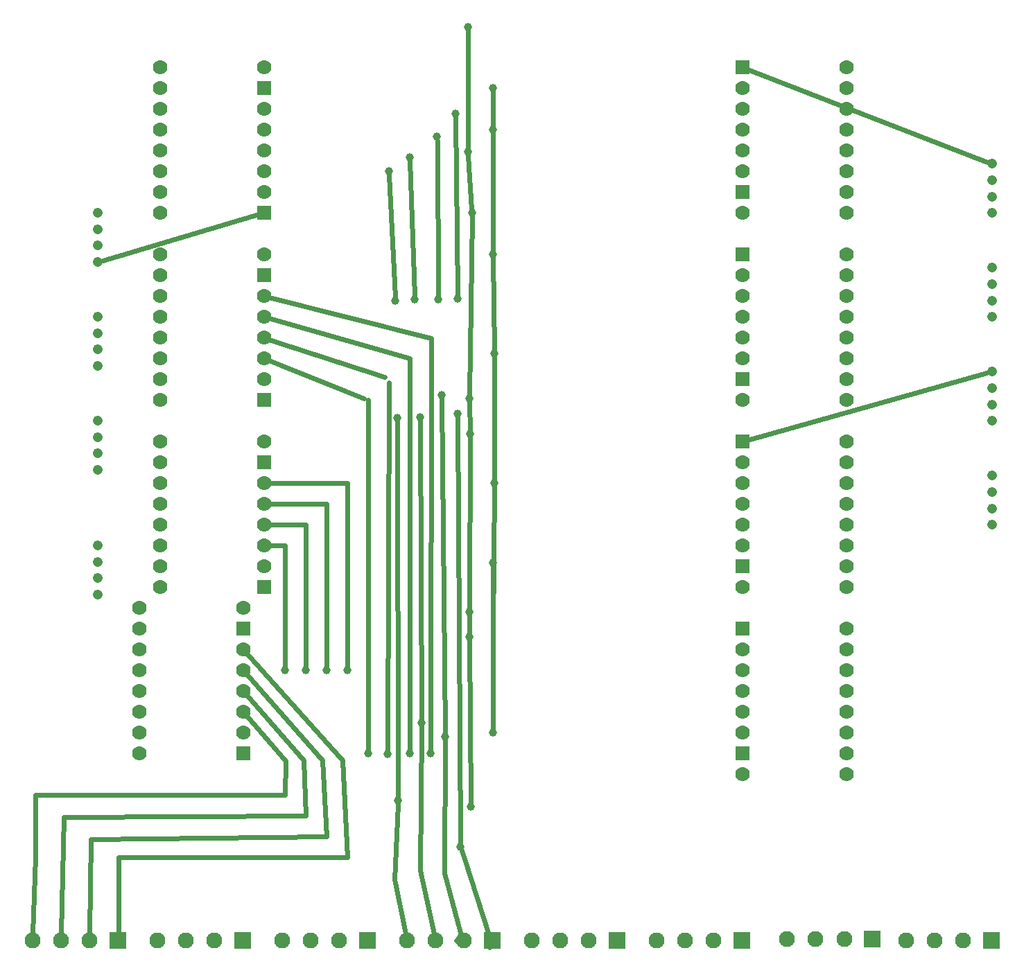
<source format=gtl>
G04 MADE WITH FRITZING*
G04 WWW.FRITZING.ORG*
G04 DOUBLE SIDED*
G04 HOLES PLATED*
G04 CONTOUR ON CENTER OF CONTOUR VECTOR*
%ASAXBY*%
%FSLAX23Y23*%
%MOIN*%
%OFA0B0*%
%SFA1.0B1.0*%
%ADD10C,0.047559*%
%ADD11C,0.076139*%
%ADD12C,0.070000*%
%ADD13C,0.039370*%
%ADD14R,0.070000X0.070000*%
%ADD15C,0.024000*%
%ADD16R,0.001000X0.001000*%
%LNCOPPER1*%
G90*
G70*
G54D10*
X794Y4008D03*
X794Y3930D03*
X794Y3851D03*
X794Y3772D03*
X794Y4008D03*
X794Y3930D03*
X794Y3851D03*
X794Y3772D03*
X794Y4008D03*
X794Y3930D03*
X794Y3851D03*
X794Y3772D03*
G54D11*
X2694Y508D03*
X2556Y508D03*
X2419Y508D03*
X2281Y508D03*
X2694Y508D03*
X2556Y508D03*
X2419Y508D03*
X2281Y508D03*
G54D12*
X1094Y3808D03*
X1594Y3808D03*
X1094Y3708D03*
X1594Y3708D03*
X1094Y3608D03*
X1594Y3608D03*
X1094Y3508D03*
X1594Y3508D03*
X1094Y3408D03*
X1594Y3408D03*
X1094Y3308D03*
X1594Y3308D03*
X1094Y3208D03*
X1594Y3208D03*
X1094Y3108D03*
X1594Y3108D03*
G54D10*
X794Y3508D03*
X794Y3430D03*
X794Y3351D03*
X794Y3272D03*
X794Y3508D03*
X794Y3430D03*
X794Y3351D03*
X794Y3272D03*
X794Y3508D03*
X794Y3430D03*
X794Y3351D03*
X794Y3272D03*
G54D11*
X2094Y508D03*
X1956Y508D03*
X1819Y508D03*
X1681Y508D03*
X2094Y508D03*
X1956Y508D03*
X1819Y508D03*
X1681Y508D03*
G54D12*
X4394Y3108D03*
X3894Y3108D03*
X4394Y3208D03*
X3894Y3208D03*
X4394Y3308D03*
X3894Y3308D03*
X4394Y3408D03*
X3894Y3408D03*
X4394Y3508D03*
X3894Y3508D03*
X4394Y3608D03*
X3894Y3608D03*
X4394Y3708D03*
X3894Y3708D03*
X4394Y3808D03*
X3894Y3808D03*
X4394Y4008D03*
X3894Y4008D03*
X4394Y4108D03*
X3894Y4108D03*
X4394Y4208D03*
X3894Y4208D03*
X4394Y4308D03*
X3894Y4308D03*
X4394Y4408D03*
X3894Y4408D03*
X4394Y4508D03*
X3894Y4508D03*
X4394Y4608D03*
X3894Y4608D03*
X4394Y4708D03*
X3894Y4708D03*
G54D10*
X5094Y4008D03*
X5094Y4087D03*
X5094Y4166D03*
X5094Y4245D03*
X5094Y4008D03*
X5094Y4087D03*
X5094Y4166D03*
X5094Y4245D03*
X5094Y4008D03*
X5094Y4087D03*
X5094Y4166D03*
X5094Y4245D03*
X5094Y3508D03*
X5094Y3587D03*
X5094Y3666D03*
X5094Y3745D03*
X5094Y3508D03*
X5094Y3587D03*
X5094Y3666D03*
X5094Y3745D03*
X5094Y3508D03*
X5094Y3587D03*
X5094Y3666D03*
X5094Y3745D03*
G54D11*
X3294Y508D03*
X3156Y508D03*
X3019Y508D03*
X2881Y508D03*
X3294Y508D03*
X3156Y508D03*
X3019Y508D03*
X2881Y508D03*
X3894Y508D03*
X3756Y508D03*
X3619Y508D03*
X3481Y508D03*
X3894Y508D03*
X3756Y508D03*
X3619Y508D03*
X3481Y508D03*
G54D12*
X994Y2108D03*
X1494Y2108D03*
X994Y2008D03*
X1494Y2008D03*
X994Y1908D03*
X1494Y1908D03*
X994Y1808D03*
X1494Y1808D03*
X994Y1708D03*
X1494Y1708D03*
X994Y1608D03*
X1494Y1608D03*
X994Y1508D03*
X1494Y1508D03*
X994Y1408D03*
X1494Y1408D03*
X4394Y1308D03*
X3894Y1308D03*
X4394Y1408D03*
X3894Y1408D03*
X4394Y1508D03*
X3894Y1508D03*
X4394Y1608D03*
X3894Y1608D03*
X4394Y1708D03*
X3894Y1708D03*
X4394Y1808D03*
X3894Y1808D03*
X4394Y1908D03*
X3894Y1908D03*
X4394Y2008D03*
X3894Y2008D03*
X4394Y2208D03*
X3894Y2208D03*
X4394Y2308D03*
X3894Y2308D03*
X4394Y2408D03*
X3894Y2408D03*
X4394Y2508D03*
X3894Y2508D03*
X4394Y2608D03*
X3894Y2608D03*
X4394Y2708D03*
X3894Y2708D03*
X4394Y2808D03*
X3894Y2808D03*
X4394Y2908D03*
X3894Y2908D03*
X1094Y2908D03*
X1594Y2908D03*
X1094Y2808D03*
X1594Y2808D03*
X1094Y2708D03*
X1594Y2708D03*
X1094Y2608D03*
X1594Y2608D03*
X1094Y2508D03*
X1594Y2508D03*
X1094Y2408D03*
X1594Y2408D03*
X1094Y2308D03*
X1594Y2308D03*
X1094Y2208D03*
X1594Y2208D03*
G54D10*
X794Y3008D03*
X794Y2930D03*
X794Y2851D03*
X794Y2772D03*
X794Y3008D03*
X794Y2930D03*
X794Y2851D03*
X794Y2772D03*
X794Y3008D03*
X794Y2930D03*
X794Y2851D03*
X794Y2772D03*
X794Y2408D03*
X794Y2330D03*
X794Y2251D03*
X794Y2172D03*
X794Y2408D03*
X794Y2330D03*
X794Y2251D03*
X794Y2172D03*
X794Y2408D03*
X794Y2330D03*
X794Y2251D03*
X794Y2172D03*
X5094Y3008D03*
X5094Y3087D03*
X5094Y3166D03*
X5094Y3245D03*
X5094Y3008D03*
X5094Y3087D03*
X5094Y3166D03*
X5094Y3245D03*
X5094Y3008D03*
X5094Y3087D03*
X5094Y3166D03*
X5094Y3245D03*
X5094Y2508D03*
X5094Y2587D03*
X5094Y2666D03*
X5094Y2745D03*
X5094Y2508D03*
X5094Y2587D03*
X5094Y2666D03*
X5094Y2745D03*
X5094Y2508D03*
X5094Y2587D03*
X5094Y2666D03*
X5094Y2745D03*
G54D11*
X5094Y508D03*
X4956Y508D03*
X4819Y508D03*
X4681Y508D03*
X5094Y508D03*
X4956Y508D03*
X4819Y508D03*
X4681Y508D03*
X1494Y508D03*
X1356Y508D03*
X1219Y508D03*
X1081Y508D03*
X1494Y508D03*
X1356Y508D03*
X1219Y508D03*
X1081Y508D03*
X894Y508D03*
X756Y508D03*
X619Y508D03*
X481Y508D03*
X894Y508D03*
X756Y508D03*
X619Y508D03*
X481Y508D03*
X4521Y516D03*
X4384Y516D03*
X4246Y516D03*
X4108Y516D03*
X4521Y516D03*
X4384Y516D03*
X4246Y516D03*
X4108Y516D03*
G54D12*
X1094Y4708D03*
X1594Y4708D03*
X1094Y4608D03*
X1594Y4608D03*
X1094Y4508D03*
X1594Y4508D03*
X1094Y4408D03*
X1594Y4408D03*
X1094Y4308D03*
X1594Y4308D03*
X1094Y4208D03*
X1594Y4208D03*
X1094Y4108D03*
X1594Y4108D03*
X1094Y4008D03*
X1594Y4008D03*
G54D13*
X1694Y1808D03*
X1794Y1808D03*
X1894Y1808D03*
X1994Y1808D03*
X2594Y4008D03*
X2694Y3808D03*
X2576Y4901D03*
X2694Y4608D03*
X2576Y4301D03*
X2694Y4408D03*
X2701Y3334D03*
X2583Y3116D03*
X2587Y2945D03*
X2701Y2708D03*
X2583Y2090D03*
X2694Y2327D03*
X2581Y1969D03*
X2694Y1508D03*
X2590Y1153D03*
X2094Y1408D03*
X2190Y1405D03*
X2294Y1408D03*
X2394Y1408D03*
X2194Y4208D03*
X2294Y4275D03*
X2427Y4375D03*
X2516Y4486D03*
X2227Y3586D03*
X2320Y3593D03*
X2431Y3593D03*
X2524Y3597D03*
X2235Y3023D03*
X2346Y3027D03*
X2450Y3134D03*
X2524Y3042D03*
X2540Y960D03*
X2466Y1490D03*
X2351Y1556D03*
X2240Y1182D03*
G54D14*
X1594Y3108D03*
X1594Y3708D03*
X3894Y3808D03*
X3894Y3208D03*
X3894Y4708D03*
X3894Y4108D03*
X1494Y1408D03*
X1494Y2008D03*
X3894Y2008D03*
X3894Y1408D03*
X3894Y2908D03*
X3894Y2308D03*
X1594Y2208D03*
X1594Y2808D03*
X1594Y4008D03*
X1594Y4608D03*
G54D15*
X5070Y3238D02*
X3919Y2915D01*
D02*
X5071Y4254D02*
X3918Y4699D01*
D02*
X818Y3779D02*
X1569Y4001D01*
D02*
X2694Y4427D02*
X2694Y4589D01*
D02*
X2694Y3827D02*
X2694Y4389D01*
D02*
X2576Y4320D02*
X2576Y4882D01*
D02*
X2593Y4027D02*
X2577Y4282D01*
D02*
X2701Y3353D02*
X2694Y3789D01*
D02*
X2583Y3135D02*
X2594Y3989D01*
D02*
X2586Y2964D02*
X2583Y3097D01*
D02*
X2701Y2727D02*
X2701Y3315D01*
D02*
X2583Y2109D02*
X2587Y2926D01*
D02*
X2694Y2005D02*
X2701Y2689D01*
D02*
X2694Y2308D02*
X2694Y2005D01*
D02*
X2581Y1988D02*
X2583Y2071D01*
D02*
X2694Y1527D02*
X2694Y2308D01*
D02*
X2581Y1950D02*
X2590Y1172D01*
D02*
X2394Y1427D02*
X2398Y3405D01*
D02*
X2398Y3405D02*
X1619Y3602D01*
D02*
X2176Y3218D02*
X1619Y3400D01*
D02*
X2076Y3115D02*
X1618Y3299D01*
D02*
X2094Y1427D02*
X2094Y3108D01*
D02*
X2190Y1424D02*
X2194Y3193D01*
D02*
X2294Y3308D02*
X1619Y3501D01*
D02*
X2294Y1427D02*
X2294Y3308D01*
D02*
X1694Y2408D02*
X1620Y2408D01*
D02*
X1694Y1827D02*
X1694Y2408D01*
D02*
X1794Y1827D02*
X1794Y2508D01*
D02*
X1794Y2508D02*
X1620Y2508D01*
D02*
X1894Y2608D02*
X1620Y2608D01*
D02*
X1894Y1827D02*
X1894Y2608D01*
D02*
X1994Y2708D02*
X1620Y2708D01*
D02*
X1994Y1827D02*
X1994Y2708D01*
D02*
X1700Y1371D02*
X1511Y1589D01*
D02*
X482Y545D02*
X494Y908D01*
D02*
X1694Y1208D02*
X1700Y1371D01*
D02*
X494Y908D02*
X494Y1208D01*
D02*
X494Y1208D02*
X1694Y1208D01*
D02*
X1972Y1375D02*
X1512Y1889D01*
D02*
X894Y908D02*
X1994Y908D01*
D02*
X894Y545D02*
X894Y908D01*
D02*
X1994Y908D02*
X1972Y1375D01*
D02*
X761Y997D02*
X1894Y1008D01*
D02*
X757Y545D02*
X761Y997D01*
D02*
X1894Y1008D02*
X1874Y1377D01*
D02*
X1874Y1377D02*
X1511Y1789D01*
D02*
X631Y1101D02*
X1794Y1108D01*
D02*
X1785Y1375D02*
X1511Y1689D01*
D02*
X619Y545D02*
X631Y1101D01*
D02*
X1794Y1108D02*
X1785Y1375D01*
D02*
X2226Y3605D02*
X2195Y4189D01*
D02*
X2319Y3612D02*
X2295Y4256D01*
D02*
X2431Y3612D02*
X2428Y4356D01*
D02*
X2524Y3616D02*
X2516Y4467D01*
D02*
X2240Y1201D02*
X2235Y3004D01*
D02*
X2351Y1575D02*
X2346Y3008D01*
D02*
X2466Y1509D02*
X2450Y3115D01*
D02*
X2540Y979D02*
X2524Y3023D01*
D02*
X2689Y497D02*
X2546Y942D01*
D02*
X2678Y476D02*
X2689Y497D01*
D02*
X2550Y508D02*
X2461Y831D01*
D02*
X2461Y831D02*
X2466Y1471D01*
D02*
X2520Y508D02*
X2550Y508D01*
D02*
X2344Y847D02*
X2351Y1537D01*
D02*
X2411Y544D02*
X2344Y847D01*
D02*
X2274Y544D02*
X2222Y803D01*
D02*
X2222Y803D02*
X2239Y1163D01*
G54D16*
X4481Y557D02*
X4560Y557D01*
X4481Y556D02*
X4560Y556D01*
X4481Y555D02*
X4560Y555D01*
X4481Y554D02*
X4560Y554D01*
X4481Y553D02*
X4560Y553D01*
X4481Y552D02*
X4560Y552D01*
X4481Y551D02*
X4560Y551D01*
X4481Y550D02*
X4560Y550D01*
X854Y549D02*
X933Y549D01*
X1454Y549D02*
X1533Y549D01*
X2054Y549D02*
X2133Y549D01*
X2654Y549D02*
X2733Y549D01*
X3254Y549D02*
X3333Y549D01*
X3854Y549D02*
X3933Y549D01*
X4481Y549D02*
X4560Y549D01*
X5054Y549D02*
X5133Y549D01*
X854Y548D02*
X933Y548D01*
X1454Y548D02*
X1533Y548D01*
X2054Y548D02*
X2133Y548D01*
X2654Y548D02*
X2733Y548D01*
X3254Y548D02*
X3333Y548D01*
X3854Y548D02*
X3933Y548D01*
X4481Y548D02*
X4560Y548D01*
X5054Y548D02*
X5133Y548D01*
X854Y547D02*
X933Y547D01*
X1454Y547D02*
X1533Y547D01*
X2054Y547D02*
X2133Y547D01*
X2654Y547D02*
X2733Y547D01*
X3254Y547D02*
X3333Y547D01*
X3854Y547D02*
X3933Y547D01*
X4481Y547D02*
X4560Y547D01*
X5054Y547D02*
X5133Y547D01*
X854Y546D02*
X933Y546D01*
X1454Y546D02*
X1533Y546D01*
X2054Y546D02*
X2133Y546D01*
X2654Y546D02*
X2733Y546D01*
X3254Y546D02*
X3333Y546D01*
X3854Y546D02*
X3933Y546D01*
X4481Y546D02*
X4560Y546D01*
X5054Y546D02*
X5133Y546D01*
X854Y545D02*
X933Y545D01*
X1454Y545D02*
X1533Y545D01*
X2054Y545D02*
X2133Y545D01*
X2654Y545D02*
X2733Y545D01*
X3254Y545D02*
X3333Y545D01*
X3854Y545D02*
X3933Y545D01*
X4481Y545D02*
X4560Y545D01*
X5054Y545D02*
X5133Y545D01*
X854Y544D02*
X933Y544D01*
X1454Y544D02*
X1533Y544D01*
X2054Y544D02*
X2133Y544D01*
X2654Y544D02*
X2733Y544D01*
X3254Y544D02*
X3333Y544D01*
X3854Y544D02*
X3933Y544D01*
X4481Y544D02*
X4560Y544D01*
X5054Y544D02*
X5133Y544D01*
X854Y543D02*
X933Y543D01*
X1454Y543D02*
X1533Y543D01*
X2054Y543D02*
X2133Y543D01*
X2654Y543D02*
X2733Y543D01*
X3254Y543D02*
X3333Y543D01*
X3854Y543D02*
X3933Y543D01*
X4481Y543D02*
X4560Y543D01*
X5054Y543D02*
X5133Y543D01*
X854Y542D02*
X933Y542D01*
X1454Y542D02*
X1533Y542D01*
X2054Y542D02*
X2133Y542D01*
X2654Y542D02*
X2733Y542D01*
X3254Y542D02*
X3333Y542D01*
X3854Y542D02*
X3933Y542D01*
X4481Y542D02*
X4560Y542D01*
X5054Y542D02*
X5133Y542D01*
X854Y541D02*
X933Y541D01*
X1454Y541D02*
X1533Y541D01*
X2054Y541D02*
X2133Y541D01*
X2654Y541D02*
X2733Y541D01*
X3254Y541D02*
X3333Y541D01*
X3854Y541D02*
X3933Y541D01*
X4481Y541D02*
X4517Y541D01*
X4525Y541D02*
X4560Y541D01*
X5054Y541D02*
X5133Y541D01*
X854Y540D02*
X933Y540D01*
X1454Y540D02*
X1533Y540D01*
X2054Y540D02*
X2133Y540D01*
X2654Y540D02*
X2733Y540D01*
X3254Y540D02*
X3333Y540D01*
X3854Y540D02*
X3933Y540D01*
X4481Y540D02*
X4513Y540D01*
X4529Y540D02*
X4560Y540D01*
X5054Y540D02*
X5133Y540D01*
X854Y539D02*
X933Y539D01*
X1454Y539D02*
X1533Y539D01*
X2054Y539D02*
X2133Y539D01*
X2654Y539D02*
X2733Y539D01*
X3254Y539D02*
X3333Y539D01*
X3854Y539D02*
X3933Y539D01*
X4481Y539D02*
X4511Y539D01*
X4531Y539D02*
X4560Y539D01*
X5054Y539D02*
X5133Y539D01*
X854Y538D02*
X933Y538D01*
X1454Y538D02*
X1533Y538D01*
X2054Y538D02*
X2133Y538D01*
X2654Y538D02*
X2733Y538D01*
X3254Y538D02*
X3333Y538D01*
X3854Y538D02*
X3933Y538D01*
X4481Y538D02*
X4509Y538D01*
X4533Y538D02*
X4560Y538D01*
X5054Y538D02*
X5133Y538D01*
X854Y537D02*
X933Y537D01*
X1454Y537D02*
X1533Y537D01*
X2054Y537D02*
X2133Y537D01*
X2654Y537D02*
X2733Y537D01*
X3254Y537D02*
X3333Y537D01*
X3854Y537D02*
X3933Y537D01*
X4481Y537D02*
X4507Y537D01*
X4535Y537D02*
X4560Y537D01*
X5054Y537D02*
X5133Y537D01*
X854Y536D02*
X933Y536D01*
X1454Y536D02*
X1533Y536D01*
X2054Y536D02*
X2133Y536D01*
X2654Y536D02*
X2733Y536D01*
X3254Y536D02*
X3333Y536D01*
X3854Y536D02*
X3933Y536D01*
X4481Y536D02*
X4506Y536D01*
X4536Y536D02*
X4560Y536D01*
X5054Y536D02*
X5133Y536D01*
X854Y535D02*
X933Y535D01*
X1454Y535D02*
X1533Y535D01*
X2054Y535D02*
X2133Y535D01*
X2654Y535D02*
X2733Y535D01*
X3254Y535D02*
X3333Y535D01*
X3854Y535D02*
X3933Y535D01*
X4481Y535D02*
X4505Y535D01*
X4537Y535D02*
X4560Y535D01*
X5054Y535D02*
X5133Y535D01*
X854Y534D02*
X933Y534D01*
X1454Y534D02*
X1533Y534D01*
X2054Y534D02*
X2133Y534D01*
X2654Y534D02*
X2733Y534D01*
X3254Y534D02*
X3333Y534D01*
X3854Y534D02*
X3933Y534D01*
X4481Y534D02*
X4503Y534D01*
X4538Y534D02*
X4560Y534D01*
X5054Y534D02*
X5133Y534D01*
X854Y533D02*
X889Y533D01*
X898Y533D02*
X933Y533D01*
X1454Y533D02*
X1489Y533D01*
X1498Y533D02*
X1533Y533D01*
X2054Y533D02*
X2089Y533D01*
X2098Y533D02*
X2133Y533D01*
X2654Y533D02*
X2689Y533D01*
X2698Y533D02*
X2733Y533D01*
X3254Y533D02*
X3289Y533D01*
X3298Y533D02*
X3333Y533D01*
X3854Y533D02*
X3889Y533D01*
X3898Y533D02*
X3933Y533D01*
X4481Y533D02*
X4503Y533D01*
X4539Y533D02*
X4560Y533D01*
X5054Y533D02*
X5089Y533D01*
X5098Y533D02*
X5133Y533D01*
X854Y532D02*
X885Y532D01*
X902Y532D02*
X933Y532D01*
X1454Y532D02*
X1485Y532D01*
X1502Y532D02*
X1533Y532D01*
X2054Y532D02*
X2085Y532D01*
X2102Y532D02*
X2133Y532D01*
X2654Y532D02*
X2685Y532D01*
X2702Y532D02*
X2733Y532D01*
X3254Y532D02*
X3285Y532D01*
X3302Y532D02*
X3333Y532D01*
X3854Y532D02*
X3885Y532D01*
X3902Y532D02*
X3933Y532D01*
X4481Y532D02*
X4502Y532D01*
X4540Y532D02*
X4560Y532D01*
X5054Y532D02*
X5085Y532D01*
X5102Y532D02*
X5133Y532D01*
X854Y531D02*
X883Y531D01*
X904Y531D02*
X933Y531D01*
X1454Y531D02*
X1483Y531D01*
X1504Y531D02*
X1533Y531D01*
X2054Y531D02*
X2083Y531D01*
X2104Y531D02*
X2133Y531D01*
X2654Y531D02*
X2683Y531D01*
X2704Y531D02*
X2733Y531D01*
X3254Y531D02*
X3283Y531D01*
X3304Y531D02*
X3333Y531D01*
X3854Y531D02*
X3883Y531D01*
X3904Y531D02*
X3933Y531D01*
X4481Y531D02*
X4501Y531D01*
X4541Y531D02*
X4560Y531D01*
X5054Y531D02*
X5083Y531D01*
X5104Y531D02*
X5133Y531D01*
X854Y530D02*
X881Y530D01*
X906Y530D02*
X933Y530D01*
X1454Y530D02*
X1481Y530D01*
X1506Y530D02*
X1533Y530D01*
X2054Y530D02*
X2081Y530D01*
X2106Y530D02*
X2133Y530D01*
X2654Y530D02*
X2681Y530D01*
X2706Y530D02*
X2733Y530D01*
X3254Y530D02*
X3281Y530D01*
X3306Y530D02*
X3333Y530D01*
X3854Y530D02*
X3881Y530D01*
X3906Y530D02*
X3933Y530D01*
X4481Y530D02*
X4500Y530D01*
X4541Y530D02*
X4560Y530D01*
X5054Y530D02*
X5081Y530D01*
X5106Y530D02*
X5133Y530D01*
X854Y529D02*
X879Y529D01*
X908Y529D02*
X933Y529D01*
X1454Y529D02*
X1479Y529D01*
X1508Y529D02*
X1533Y529D01*
X2054Y529D02*
X2079Y529D01*
X2108Y529D02*
X2133Y529D01*
X2654Y529D02*
X2679Y529D01*
X2708Y529D02*
X2733Y529D01*
X3254Y529D02*
X3279Y529D01*
X3308Y529D02*
X3333Y529D01*
X3854Y529D02*
X3879Y529D01*
X3908Y529D02*
X3933Y529D01*
X4481Y529D02*
X4500Y529D01*
X4542Y529D02*
X4560Y529D01*
X5054Y529D02*
X5079Y529D01*
X5108Y529D02*
X5133Y529D01*
X854Y528D02*
X878Y528D01*
X909Y528D02*
X933Y528D01*
X1454Y528D02*
X1478Y528D01*
X1509Y528D02*
X1533Y528D01*
X2054Y528D02*
X2078Y528D01*
X2109Y528D02*
X2133Y528D01*
X2654Y528D02*
X2678Y528D01*
X2709Y528D02*
X2733Y528D01*
X3254Y528D02*
X3278Y528D01*
X3309Y528D02*
X3333Y528D01*
X3854Y528D02*
X3878Y528D01*
X3909Y528D02*
X3933Y528D01*
X4481Y528D02*
X4499Y528D01*
X4542Y528D02*
X4560Y528D01*
X5054Y528D02*
X5078Y528D01*
X5109Y528D02*
X5133Y528D01*
X854Y527D02*
X877Y527D01*
X910Y527D02*
X933Y527D01*
X1454Y527D02*
X1477Y527D01*
X1510Y527D02*
X1533Y527D01*
X2054Y527D02*
X2077Y527D01*
X2110Y527D02*
X2133Y527D01*
X2654Y527D02*
X2677Y527D01*
X2710Y527D02*
X2733Y527D01*
X3254Y527D02*
X3277Y527D01*
X3310Y527D02*
X3333Y527D01*
X3854Y527D02*
X3877Y527D01*
X3910Y527D02*
X3933Y527D01*
X4481Y527D02*
X4499Y527D01*
X4543Y527D02*
X4560Y527D01*
X5054Y527D02*
X5077Y527D01*
X5110Y527D02*
X5133Y527D01*
X854Y526D02*
X876Y526D01*
X911Y526D02*
X933Y526D01*
X1454Y526D02*
X1476Y526D01*
X1511Y526D02*
X1533Y526D01*
X2054Y526D02*
X2076Y526D01*
X2111Y526D02*
X2133Y526D01*
X2654Y526D02*
X2676Y526D01*
X2711Y526D02*
X2733Y526D01*
X3254Y526D02*
X3276Y526D01*
X3311Y526D02*
X3333Y526D01*
X3854Y526D02*
X3876Y526D01*
X3911Y526D02*
X3933Y526D01*
X4481Y526D02*
X4498Y526D01*
X4543Y526D02*
X4560Y526D01*
X5054Y526D02*
X5076Y526D01*
X5111Y526D02*
X5133Y526D01*
X854Y525D02*
X875Y525D01*
X912Y525D02*
X933Y525D01*
X1454Y525D02*
X1475Y525D01*
X1512Y525D02*
X1533Y525D01*
X2054Y525D02*
X2075Y525D01*
X2112Y525D02*
X2133Y525D01*
X2654Y525D02*
X2675Y525D01*
X2712Y525D02*
X2733Y525D01*
X3254Y525D02*
X3275Y525D01*
X3312Y525D02*
X3333Y525D01*
X3854Y525D02*
X3875Y525D01*
X3912Y525D02*
X3933Y525D01*
X4481Y525D02*
X4498Y525D01*
X4544Y525D02*
X4560Y525D01*
X5054Y525D02*
X5075Y525D01*
X5112Y525D02*
X5133Y525D01*
X854Y524D02*
X874Y524D01*
X913Y524D02*
X933Y524D01*
X1454Y524D02*
X1474Y524D01*
X1513Y524D02*
X1533Y524D01*
X2054Y524D02*
X2074Y524D01*
X2113Y524D02*
X2133Y524D01*
X2654Y524D02*
X2674Y524D01*
X2713Y524D02*
X2733Y524D01*
X3254Y524D02*
X3274Y524D01*
X3313Y524D02*
X3333Y524D01*
X3854Y524D02*
X3874Y524D01*
X3913Y524D02*
X3933Y524D01*
X4481Y524D02*
X4498Y524D01*
X4544Y524D02*
X4560Y524D01*
X5054Y524D02*
X5074Y524D01*
X5113Y524D02*
X5133Y524D01*
X854Y523D02*
X874Y523D01*
X914Y523D02*
X933Y523D01*
X1454Y523D02*
X1474Y523D01*
X1514Y523D02*
X1533Y523D01*
X2054Y523D02*
X2074Y523D01*
X2114Y523D02*
X2133Y523D01*
X2654Y523D02*
X2674Y523D01*
X2714Y523D02*
X2733Y523D01*
X3254Y523D02*
X3274Y523D01*
X3314Y523D02*
X3333Y523D01*
X3854Y523D02*
X3874Y523D01*
X3914Y523D02*
X3933Y523D01*
X4481Y523D02*
X4497Y523D01*
X4544Y523D02*
X4560Y523D01*
X5054Y523D02*
X5073Y523D01*
X5114Y523D02*
X5133Y523D01*
X854Y522D02*
X873Y522D01*
X914Y522D02*
X933Y522D01*
X1454Y522D02*
X1473Y522D01*
X1514Y522D02*
X1533Y522D01*
X2054Y522D02*
X2073Y522D01*
X2114Y522D02*
X2133Y522D01*
X2654Y522D02*
X2673Y522D01*
X2714Y522D02*
X2733Y522D01*
X3254Y522D02*
X3273Y522D01*
X3314Y522D02*
X3333Y522D01*
X3854Y522D02*
X3873Y522D01*
X3914Y522D02*
X3933Y522D01*
X4481Y522D02*
X4497Y522D01*
X4545Y522D02*
X4560Y522D01*
X5054Y522D02*
X5073Y522D01*
X5114Y522D02*
X5133Y522D01*
X854Y521D02*
X872Y521D01*
X915Y521D02*
X933Y521D01*
X1454Y521D02*
X1472Y521D01*
X1515Y521D02*
X1533Y521D01*
X2054Y521D02*
X2072Y521D01*
X2115Y521D02*
X2133Y521D01*
X2654Y521D02*
X2672Y521D01*
X2715Y521D02*
X2733Y521D01*
X3254Y521D02*
X3272Y521D01*
X3315Y521D02*
X3333Y521D01*
X3854Y521D02*
X3872Y521D01*
X3915Y521D02*
X3933Y521D01*
X4481Y521D02*
X4497Y521D01*
X4545Y521D02*
X4560Y521D01*
X5054Y521D02*
X5072Y521D01*
X5115Y521D02*
X5133Y521D01*
X854Y520D02*
X872Y520D01*
X915Y520D02*
X933Y520D01*
X1454Y520D02*
X1472Y520D01*
X1515Y520D02*
X1533Y520D01*
X2054Y520D02*
X2072Y520D01*
X2115Y520D02*
X2133Y520D01*
X2654Y520D02*
X2672Y520D01*
X2715Y520D02*
X2733Y520D01*
X3254Y520D02*
X3272Y520D01*
X3315Y520D02*
X3333Y520D01*
X3854Y520D02*
X3872Y520D01*
X3915Y520D02*
X3933Y520D01*
X4481Y520D02*
X4497Y520D01*
X4545Y520D02*
X4560Y520D01*
X5054Y520D02*
X5072Y520D01*
X5115Y520D02*
X5133Y520D01*
X854Y519D02*
X871Y519D01*
X916Y519D02*
X933Y519D01*
X1454Y519D02*
X1471Y519D01*
X1516Y519D02*
X1533Y519D01*
X2054Y519D02*
X2071Y519D01*
X2116Y519D02*
X2133Y519D01*
X2654Y519D02*
X2671Y519D01*
X2716Y519D02*
X2733Y519D01*
X3254Y519D02*
X3271Y519D01*
X3316Y519D02*
X3333Y519D01*
X3854Y519D02*
X3871Y519D01*
X3916Y519D02*
X3933Y519D01*
X4481Y519D02*
X4497Y519D01*
X4545Y519D02*
X4560Y519D01*
X5054Y519D02*
X5071Y519D01*
X5116Y519D02*
X5133Y519D01*
X854Y518D02*
X871Y518D01*
X916Y518D02*
X933Y518D01*
X1454Y518D02*
X1471Y518D01*
X1516Y518D02*
X1533Y518D01*
X2054Y518D02*
X2071Y518D01*
X2116Y518D02*
X2133Y518D01*
X2654Y518D02*
X2671Y518D01*
X2716Y518D02*
X2733Y518D01*
X3254Y518D02*
X3271Y518D01*
X3316Y518D02*
X3333Y518D01*
X3854Y518D02*
X3871Y518D01*
X3916Y518D02*
X3933Y518D01*
X4481Y518D02*
X4497Y518D01*
X4545Y518D02*
X4560Y518D01*
X5054Y518D02*
X5071Y518D01*
X5116Y518D02*
X5133Y518D01*
X854Y517D02*
X871Y517D01*
X916Y517D02*
X933Y517D01*
X1454Y517D02*
X1471Y517D01*
X1516Y517D02*
X1533Y517D01*
X2054Y517D02*
X2071Y517D01*
X2116Y517D02*
X2133Y517D01*
X2654Y517D02*
X2671Y517D01*
X2716Y517D02*
X2733Y517D01*
X3254Y517D02*
X3271Y517D01*
X3316Y517D02*
X3333Y517D01*
X3854Y517D02*
X3871Y517D01*
X3916Y517D02*
X3933Y517D01*
X4481Y517D02*
X4497Y517D01*
X4545Y517D02*
X4560Y517D01*
X5054Y517D02*
X5071Y517D01*
X5116Y517D02*
X5133Y517D01*
X854Y516D02*
X870Y516D01*
X917Y516D02*
X933Y516D01*
X1454Y516D02*
X1470Y516D01*
X1517Y516D02*
X1533Y516D01*
X2054Y516D02*
X2070Y516D01*
X2117Y516D02*
X2133Y516D01*
X2654Y516D02*
X2670Y516D01*
X2717Y516D02*
X2733Y516D01*
X3254Y516D02*
X3270Y516D01*
X3317Y516D02*
X3333Y516D01*
X3854Y516D02*
X3870Y516D01*
X3917Y516D02*
X3933Y516D01*
X4481Y516D02*
X4497Y516D01*
X4545Y516D02*
X4560Y516D01*
X5054Y516D02*
X5070Y516D01*
X5117Y516D02*
X5133Y516D01*
X854Y515D02*
X870Y515D01*
X917Y515D02*
X933Y515D01*
X1454Y515D02*
X1470Y515D01*
X1517Y515D02*
X1533Y515D01*
X2054Y515D02*
X2070Y515D01*
X2117Y515D02*
X2133Y515D01*
X2654Y515D02*
X2670Y515D01*
X2717Y515D02*
X2733Y515D01*
X3254Y515D02*
X3270Y515D01*
X3317Y515D02*
X3333Y515D01*
X3854Y515D02*
X3870Y515D01*
X3917Y515D02*
X3933Y515D01*
X4481Y515D02*
X4497Y515D01*
X4545Y515D02*
X4560Y515D01*
X5054Y515D02*
X5070Y515D01*
X5117Y515D02*
X5133Y515D01*
X854Y514D02*
X870Y514D01*
X917Y514D02*
X933Y514D01*
X1454Y514D02*
X1470Y514D01*
X1517Y514D02*
X1533Y514D01*
X2054Y514D02*
X2070Y514D01*
X2117Y514D02*
X2133Y514D01*
X2654Y514D02*
X2670Y514D01*
X2717Y514D02*
X2733Y514D01*
X3254Y514D02*
X3270Y514D01*
X3317Y514D02*
X3333Y514D01*
X3854Y514D02*
X3870Y514D01*
X3917Y514D02*
X3933Y514D01*
X4481Y514D02*
X4497Y514D01*
X4545Y514D02*
X4560Y514D01*
X5054Y514D02*
X5070Y514D01*
X5117Y514D02*
X5133Y514D01*
X854Y513D02*
X870Y513D01*
X917Y513D02*
X933Y513D01*
X1454Y513D02*
X1470Y513D01*
X1517Y513D02*
X1533Y513D01*
X2054Y513D02*
X2070Y513D01*
X2117Y513D02*
X2133Y513D01*
X2654Y513D02*
X2670Y513D01*
X2717Y513D02*
X2733Y513D01*
X3254Y513D02*
X3270Y513D01*
X3317Y513D02*
X3333Y513D01*
X3854Y513D02*
X3870Y513D01*
X3917Y513D02*
X3933Y513D01*
X4481Y513D02*
X4497Y513D01*
X4545Y513D02*
X4560Y513D01*
X5054Y513D02*
X5070Y513D01*
X5117Y513D02*
X5133Y513D01*
X854Y512D02*
X870Y512D01*
X918Y512D02*
X933Y512D01*
X1454Y512D02*
X1470Y512D01*
X1518Y512D02*
X1533Y512D01*
X2054Y512D02*
X2070Y512D01*
X2118Y512D02*
X2133Y512D01*
X2654Y512D02*
X2670Y512D01*
X2718Y512D02*
X2733Y512D01*
X3254Y512D02*
X3270Y512D01*
X3318Y512D02*
X3333Y512D01*
X3854Y512D02*
X3870Y512D01*
X3918Y512D02*
X3933Y512D01*
X4481Y512D02*
X4498Y512D01*
X4544Y512D02*
X4560Y512D01*
X5054Y512D02*
X5069Y512D01*
X5117Y512D02*
X5133Y512D01*
X854Y511D02*
X870Y511D01*
X918Y511D02*
X933Y511D01*
X1454Y511D02*
X1470Y511D01*
X1518Y511D02*
X1533Y511D01*
X2054Y511D02*
X2070Y511D01*
X2118Y511D02*
X2133Y511D01*
X2654Y511D02*
X2669Y511D01*
X2718Y511D02*
X2733Y511D01*
X3254Y511D02*
X3269Y511D01*
X3318Y511D02*
X3333Y511D01*
X3854Y511D02*
X3869Y511D01*
X3918Y511D02*
X3933Y511D01*
X4481Y511D02*
X4498Y511D01*
X4544Y511D02*
X4560Y511D01*
X5054Y511D02*
X5069Y511D01*
X5118Y511D02*
X5133Y511D01*
X854Y510D02*
X869Y510D01*
X918Y510D02*
X933Y510D01*
X1454Y510D02*
X1469Y510D01*
X1518Y510D02*
X1533Y510D01*
X2054Y510D02*
X2069Y510D01*
X2118Y510D02*
X2133Y510D01*
X2654Y510D02*
X2669Y510D01*
X2718Y510D02*
X2733Y510D01*
X3254Y510D02*
X3269Y510D01*
X3318Y510D02*
X3333Y510D01*
X3854Y510D02*
X3869Y510D01*
X3918Y510D02*
X3933Y510D01*
X4481Y510D02*
X4498Y510D01*
X4544Y510D02*
X4560Y510D01*
X5054Y510D02*
X5069Y510D01*
X5118Y510D02*
X5133Y510D01*
X854Y509D02*
X869Y509D01*
X918Y509D02*
X933Y509D01*
X1454Y509D02*
X1469Y509D01*
X1518Y509D02*
X1533Y509D01*
X2054Y509D02*
X2069Y509D01*
X2118Y509D02*
X2133Y509D01*
X2654Y509D02*
X2669Y509D01*
X2718Y509D02*
X2733Y509D01*
X3254Y509D02*
X3269Y509D01*
X3318Y509D02*
X3333Y509D01*
X3854Y509D02*
X3869Y509D01*
X3918Y509D02*
X3933Y509D01*
X4481Y509D02*
X4498Y509D01*
X4543Y509D02*
X4560Y509D01*
X5054Y509D02*
X5069Y509D01*
X5118Y509D02*
X5133Y509D01*
X854Y508D02*
X870Y508D01*
X918Y508D02*
X933Y508D01*
X1454Y508D02*
X1470Y508D01*
X1518Y508D02*
X1533Y508D01*
X2054Y508D02*
X2070Y508D01*
X2118Y508D02*
X2133Y508D01*
X2654Y508D02*
X2670Y508D01*
X2718Y508D02*
X2733Y508D01*
X3254Y508D02*
X3269Y508D01*
X3318Y508D02*
X3333Y508D01*
X3854Y508D02*
X3869Y508D01*
X3918Y508D02*
X3933Y508D01*
X4481Y508D02*
X4499Y508D01*
X4543Y508D02*
X4560Y508D01*
X5054Y508D02*
X5069Y508D01*
X5118Y508D02*
X5133Y508D01*
X854Y507D02*
X870Y507D01*
X918Y507D02*
X933Y507D01*
X1454Y507D02*
X1470Y507D01*
X1518Y507D02*
X1533Y507D01*
X2054Y507D02*
X2070Y507D01*
X2117Y507D02*
X2133Y507D01*
X2654Y507D02*
X2670Y507D01*
X2717Y507D02*
X2733Y507D01*
X3254Y507D02*
X3270Y507D01*
X3317Y507D02*
X3333Y507D01*
X3854Y507D02*
X3870Y507D01*
X3917Y507D02*
X3933Y507D01*
X4481Y507D02*
X4499Y507D01*
X4542Y507D02*
X4560Y507D01*
X5054Y507D02*
X5070Y507D01*
X5117Y507D02*
X5133Y507D01*
X854Y506D02*
X870Y506D01*
X917Y506D02*
X933Y506D01*
X1454Y506D02*
X1470Y506D01*
X1517Y506D02*
X1533Y506D01*
X2054Y506D02*
X2070Y506D01*
X2117Y506D02*
X2133Y506D01*
X2654Y506D02*
X2670Y506D01*
X2717Y506D02*
X2733Y506D01*
X3254Y506D02*
X3270Y506D01*
X3317Y506D02*
X3333Y506D01*
X3854Y506D02*
X3870Y506D01*
X3917Y506D02*
X3933Y506D01*
X4481Y506D02*
X4500Y506D01*
X4542Y506D02*
X4560Y506D01*
X5054Y506D02*
X5070Y506D01*
X5117Y506D02*
X5133Y506D01*
X854Y505D02*
X870Y505D01*
X917Y505D02*
X933Y505D01*
X1454Y505D02*
X1470Y505D01*
X1517Y505D02*
X1533Y505D01*
X2054Y505D02*
X2070Y505D01*
X2117Y505D02*
X2133Y505D01*
X2654Y505D02*
X2670Y505D01*
X2717Y505D02*
X2733Y505D01*
X3254Y505D02*
X3270Y505D01*
X3317Y505D02*
X3333Y505D01*
X3854Y505D02*
X3870Y505D01*
X3917Y505D02*
X3933Y505D01*
X4481Y505D02*
X4500Y505D01*
X4541Y505D02*
X4560Y505D01*
X5054Y505D02*
X5070Y505D01*
X5117Y505D02*
X5133Y505D01*
X854Y504D02*
X870Y504D01*
X917Y504D02*
X933Y504D01*
X1454Y504D02*
X1470Y504D01*
X1517Y504D02*
X1533Y504D01*
X2054Y504D02*
X2070Y504D01*
X2117Y504D02*
X2133Y504D01*
X2654Y504D02*
X2670Y504D01*
X2717Y504D02*
X2733Y504D01*
X3254Y504D02*
X3270Y504D01*
X3317Y504D02*
X3333Y504D01*
X3854Y504D02*
X3870Y504D01*
X3917Y504D02*
X3933Y504D01*
X4481Y504D02*
X4501Y504D01*
X4541Y504D02*
X4560Y504D01*
X5054Y504D02*
X5070Y504D01*
X5117Y504D02*
X5133Y504D01*
X854Y503D02*
X871Y503D01*
X917Y503D02*
X933Y503D01*
X1454Y503D02*
X1471Y503D01*
X1517Y503D02*
X1533Y503D01*
X2054Y503D02*
X2071Y503D01*
X2117Y503D02*
X2133Y503D01*
X2654Y503D02*
X2671Y503D01*
X2717Y503D02*
X2733Y503D01*
X3254Y503D02*
X3271Y503D01*
X3317Y503D02*
X3333Y503D01*
X3854Y503D02*
X3870Y503D01*
X3917Y503D02*
X3933Y503D01*
X4481Y503D02*
X4502Y503D01*
X4540Y503D02*
X4560Y503D01*
X5054Y503D02*
X5070Y503D01*
X5117Y503D02*
X5133Y503D01*
X854Y502D02*
X871Y502D01*
X916Y502D02*
X933Y502D01*
X1454Y502D02*
X1471Y502D01*
X1516Y502D02*
X1533Y502D01*
X2054Y502D02*
X2071Y502D01*
X2116Y502D02*
X2133Y502D01*
X2654Y502D02*
X2671Y502D01*
X2716Y502D02*
X2733Y502D01*
X3254Y502D02*
X3271Y502D01*
X3316Y502D02*
X3333Y502D01*
X3854Y502D02*
X3871Y502D01*
X3916Y502D02*
X3933Y502D01*
X4481Y502D02*
X4503Y502D01*
X4539Y502D02*
X4560Y502D01*
X5054Y502D02*
X5071Y502D01*
X5116Y502D02*
X5133Y502D01*
X854Y501D02*
X871Y501D01*
X916Y501D02*
X933Y501D01*
X1454Y501D02*
X1471Y501D01*
X1516Y501D02*
X1533Y501D01*
X2054Y501D02*
X2071Y501D01*
X2116Y501D02*
X2133Y501D01*
X2654Y501D02*
X2671Y501D01*
X2716Y501D02*
X2733Y501D01*
X3254Y501D02*
X3271Y501D01*
X3316Y501D02*
X3333Y501D01*
X3854Y501D02*
X3871Y501D01*
X3916Y501D02*
X3933Y501D01*
X4481Y501D02*
X4504Y501D01*
X4538Y501D02*
X4560Y501D01*
X5054Y501D02*
X5071Y501D01*
X5116Y501D02*
X5133Y501D01*
X854Y500D02*
X872Y500D01*
X916Y500D02*
X933Y500D01*
X1454Y500D02*
X1472Y500D01*
X1516Y500D02*
X1533Y500D01*
X2054Y500D02*
X2072Y500D01*
X2116Y500D02*
X2133Y500D01*
X2654Y500D02*
X2672Y500D01*
X2715Y500D02*
X2733Y500D01*
X3254Y500D02*
X3272Y500D01*
X3315Y500D02*
X3333Y500D01*
X3854Y500D02*
X3872Y500D01*
X3915Y500D02*
X3933Y500D01*
X4481Y500D02*
X4505Y500D01*
X4537Y500D02*
X4560Y500D01*
X5054Y500D02*
X5072Y500D01*
X5115Y500D02*
X5133Y500D01*
X854Y499D02*
X872Y499D01*
X915Y499D02*
X933Y499D01*
X1454Y499D02*
X1472Y499D01*
X1515Y499D02*
X1533Y499D01*
X2054Y499D02*
X2072Y499D01*
X2115Y499D02*
X2133Y499D01*
X2654Y499D02*
X2672Y499D01*
X2715Y499D02*
X2733Y499D01*
X3254Y499D02*
X3272Y499D01*
X3315Y499D02*
X3333Y499D01*
X3854Y499D02*
X3872Y499D01*
X3915Y499D02*
X3933Y499D01*
X4481Y499D02*
X4506Y499D01*
X4536Y499D02*
X4560Y499D01*
X5054Y499D02*
X5072Y499D01*
X5115Y499D02*
X5133Y499D01*
X854Y498D02*
X873Y498D01*
X914Y498D02*
X933Y498D01*
X1454Y498D02*
X1473Y498D01*
X1514Y498D02*
X1533Y498D01*
X2054Y498D02*
X2073Y498D01*
X2114Y498D02*
X2133Y498D01*
X2654Y498D02*
X2673Y498D01*
X2714Y498D02*
X2733Y498D01*
X3254Y498D02*
X3273Y498D01*
X3314Y498D02*
X3333Y498D01*
X3854Y498D02*
X3873Y498D01*
X3914Y498D02*
X3933Y498D01*
X4481Y498D02*
X4507Y498D01*
X4534Y498D02*
X4560Y498D01*
X5054Y498D02*
X5073Y498D01*
X5114Y498D02*
X5133Y498D01*
X854Y497D02*
X873Y497D01*
X914Y497D02*
X933Y497D01*
X1454Y497D02*
X1473Y497D01*
X1514Y497D02*
X1533Y497D01*
X2054Y497D02*
X2073Y497D01*
X2114Y497D02*
X2133Y497D01*
X2654Y497D02*
X2673Y497D01*
X2714Y497D02*
X2733Y497D01*
X3254Y497D02*
X3273Y497D01*
X3314Y497D02*
X3333Y497D01*
X3854Y497D02*
X3873Y497D01*
X3914Y497D02*
X3933Y497D01*
X4481Y497D02*
X4509Y497D01*
X4533Y497D02*
X4560Y497D01*
X5054Y497D02*
X5073Y497D01*
X5114Y497D02*
X5133Y497D01*
X854Y496D02*
X874Y496D01*
X913Y496D02*
X933Y496D01*
X1454Y496D02*
X1474Y496D01*
X1513Y496D02*
X1533Y496D01*
X2054Y496D02*
X2074Y496D01*
X2113Y496D02*
X2133Y496D01*
X2654Y496D02*
X2674Y496D01*
X2713Y496D02*
X2733Y496D01*
X3254Y496D02*
X3274Y496D01*
X3313Y496D02*
X3333Y496D01*
X3854Y496D02*
X3874Y496D01*
X3913Y496D02*
X3933Y496D01*
X4481Y496D02*
X4511Y496D01*
X4531Y496D02*
X4560Y496D01*
X5054Y496D02*
X5074Y496D01*
X5113Y496D02*
X5133Y496D01*
X854Y495D02*
X875Y495D01*
X912Y495D02*
X933Y495D01*
X1454Y495D02*
X1475Y495D01*
X1512Y495D02*
X1533Y495D01*
X2054Y495D02*
X2075Y495D01*
X2112Y495D02*
X2133Y495D01*
X2654Y495D02*
X2675Y495D01*
X2712Y495D02*
X2733Y495D01*
X3254Y495D02*
X3275Y495D01*
X3312Y495D02*
X3333Y495D01*
X3854Y495D02*
X3875Y495D01*
X3912Y495D02*
X3933Y495D01*
X4481Y495D02*
X4514Y495D01*
X4528Y495D02*
X4560Y495D01*
X5054Y495D02*
X5075Y495D01*
X5112Y495D02*
X5133Y495D01*
X854Y494D02*
X876Y494D01*
X912Y494D02*
X933Y494D01*
X1454Y494D02*
X1476Y494D01*
X1512Y494D02*
X1533Y494D01*
X2054Y494D02*
X2076Y494D01*
X2112Y494D02*
X2133Y494D01*
X2654Y494D02*
X2676Y494D01*
X2712Y494D02*
X2733Y494D01*
X3254Y494D02*
X3276Y494D01*
X3312Y494D02*
X3333Y494D01*
X3854Y494D02*
X3876Y494D01*
X3911Y494D02*
X3933Y494D01*
X4481Y494D02*
X4560Y494D01*
X5054Y494D02*
X5076Y494D01*
X5111Y494D02*
X5133Y494D01*
X854Y493D02*
X876Y493D01*
X911Y493D02*
X933Y493D01*
X1454Y493D02*
X1476Y493D01*
X1511Y493D02*
X1533Y493D01*
X2054Y493D02*
X2076Y493D01*
X2111Y493D02*
X2133Y493D01*
X2654Y493D02*
X2676Y493D01*
X2711Y493D02*
X2733Y493D01*
X3254Y493D02*
X3276Y493D01*
X3311Y493D02*
X3333Y493D01*
X3854Y493D02*
X3876Y493D01*
X3911Y493D02*
X3933Y493D01*
X4481Y493D02*
X4560Y493D01*
X5054Y493D02*
X5076Y493D01*
X5111Y493D02*
X5133Y493D01*
X854Y492D02*
X878Y492D01*
X909Y492D02*
X933Y492D01*
X1454Y492D02*
X1478Y492D01*
X1509Y492D02*
X1533Y492D01*
X2054Y492D02*
X2078Y492D01*
X2109Y492D02*
X2133Y492D01*
X2654Y492D02*
X2678Y492D01*
X2709Y492D02*
X2733Y492D01*
X3254Y492D02*
X3278Y492D01*
X3309Y492D02*
X3333Y492D01*
X3854Y492D02*
X3878Y492D01*
X3909Y492D02*
X3933Y492D01*
X4481Y492D02*
X4560Y492D01*
X5054Y492D02*
X5078Y492D01*
X5109Y492D02*
X5133Y492D01*
X854Y491D02*
X879Y491D01*
X908Y491D02*
X933Y491D01*
X1454Y491D02*
X1479Y491D01*
X1508Y491D02*
X1533Y491D01*
X2054Y491D02*
X2079Y491D01*
X2108Y491D02*
X2133Y491D01*
X2654Y491D02*
X2679Y491D01*
X2708Y491D02*
X2733Y491D01*
X3254Y491D02*
X3279Y491D01*
X3308Y491D02*
X3333Y491D01*
X3854Y491D02*
X3879Y491D01*
X3908Y491D02*
X3933Y491D01*
X4481Y491D02*
X4560Y491D01*
X5054Y491D02*
X5079Y491D01*
X5108Y491D02*
X5133Y491D01*
X854Y490D02*
X880Y490D01*
X907Y490D02*
X933Y490D01*
X1454Y490D02*
X1480Y490D01*
X1507Y490D02*
X1533Y490D01*
X2054Y490D02*
X2080Y490D01*
X2107Y490D02*
X2133Y490D01*
X2654Y490D02*
X2680Y490D01*
X2707Y490D02*
X2733Y490D01*
X3254Y490D02*
X3280Y490D01*
X3307Y490D02*
X3333Y490D01*
X3854Y490D02*
X3880Y490D01*
X3907Y490D02*
X3933Y490D01*
X4481Y490D02*
X4560Y490D01*
X5054Y490D02*
X5080Y490D01*
X5107Y490D02*
X5133Y490D01*
X854Y489D02*
X882Y489D01*
X905Y489D02*
X933Y489D01*
X1454Y489D02*
X1482Y489D01*
X1505Y489D02*
X1533Y489D01*
X2054Y489D02*
X2082Y489D01*
X2105Y489D02*
X2133Y489D01*
X2654Y489D02*
X2682Y489D01*
X2705Y489D02*
X2733Y489D01*
X3254Y489D02*
X3282Y489D01*
X3305Y489D02*
X3333Y489D01*
X3854Y489D02*
X3882Y489D01*
X3905Y489D02*
X3933Y489D01*
X4481Y489D02*
X4560Y489D01*
X5054Y489D02*
X5082Y489D01*
X5105Y489D02*
X5133Y489D01*
X854Y488D02*
X884Y488D01*
X903Y488D02*
X933Y488D01*
X1454Y488D02*
X1484Y488D01*
X1503Y488D02*
X1533Y488D01*
X2054Y488D02*
X2084Y488D01*
X2103Y488D02*
X2133Y488D01*
X2654Y488D02*
X2684Y488D01*
X2703Y488D02*
X2733Y488D01*
X3254Y488D02*
X3284Y488D01*
X3303Y488D02*
X3333Y488D01*
X3854Y488D02*
X3884Y488D01*
X3903Y488D02*
X3933Y488D01*
X4481Y488D02*
X4560Y488D01*
X5054Y488D02*
X5084Y488D01*
X5103Y488D02*
X5133Y488D01*
X854Y487D02*
X887Y487D01*
X900Y487D02*
X933Y487D01*
X1454Y487D02*
X1487Y487D01*
X1500Y487D02*
X1533Y487D01*
X2054Y487D02*
X2087Y487D01*
X2100Y487D02*
X2133Y487D01*
X2654Y487D02*
X2687Y487D01*
X2700Y487D02*
X2733Y487D01*
X3254Y487D02*
X3287Y487D01*
X3300Y487D02*
X3333Y487D01*
X3854Y487D02*
X3887Y487D01*
X3900Y487D02*
X3933Y487D01*
X4481Y487D02*
X4560Y487D01*
X5054Y487D02*
X5087Y487D01*
X5100Y487D02*
X5133Y487D01*
X854Y486D02*
X933Y486D01*
X1454Y486D02*
X1533Y486D01*
X2054Y486D02*
X2133Y486D01*
X2654Y486D02*
X2733Y486D01*
X3254Y486D02*
X3333Y486D01*
X3854Y486D02*
X3933Y486D01*
X4481Y486D02*
X4560Y486D01*
X5054Y486D02*
X5133Y486D01*
X854Y485D02*
X933Y485D01*
X1454Y485D02*
X1533Y485D01*
X2054Y485D02*
X2133Y485D01*
X2654Y485D02*
X2733Y485D01*
X3254Y485D02*
X3333Y485D01*
X3854Y485D02*
X3933Y485D01*
X4481Y485D02*
X4560Y485D01*
X5054Y485D02*
X5133Y485D01*
X854Y484D02*
X933Y484D01*
X1454Y484D02*
X1533Y484D01*
X2054Y484D02*
X2133Y484D01*
X2654Y484D02*
X2733Y484D01*
X3254Y484D02*
X3333Y484D01*
X3854Y484D02*
X3933Y484D01*
X4481Y484D02*
X4560Y484D01*
X5054Y484D02*
X5133Y484D01*
X854Y483D02*
X933Y483D01*
X1454Y483D02*
X1533Y483D01*
X2054Y483D02*
X2133Y483D01*
X2654Y483D02*
X2733Y483D01*
X3254Y483D02*
X3333Y483D01*
X3854Y483D02*
X3933Y483D01*
X4481Y483D02*
X4560Y483D01*
X5054Y483D02*
X5133Y483D01*
X854Y482D02*
X933Y482D01*
X1454Y482D02*
X1533Y482D01*
X2054Y482D02*
X2133Y482D01*
X2654Y482D02*
X2733Y482D01*
X3254Y482D02*
X3333Y482D01*
X3854Y482D02*
X3933Y482D01*
X4481Y482D02*
X4560Y482D01*
X5054Y482D02*
X5133Y482D01*
X854Y481D02*
X933Y481D01*
X1454Y481D02*
X1533Y481D01*
X2054Y481D02*
X2133Y481D01*
X2654Y481D02*
X2733Y481D01*
X3254Y481D02*
X3333Y481D01*
X3854Y481D02*
X3933Y481D01*
X4481Y481D02*
X4560Y481D01*
X5054Y481D02*
X5133Y481D01*
X854Y480D02*
X933Y480D01*
X1454Y480D02*
X1533Y480D01*
X2054Y480D02*
X2133Y480D01*
X2654Y480D02*
X2733Y480D01*
X3254Y480D02*
X3333Y480D01*
X3854Y480D02*
X3933Y480D01*
X4481Y480D02*
X4560Y480D01*
X5054Y480D02*
X5133Y480D01*
X854Y479D02*
X933Y479D01*
X1454Y479D02*
X1533Y479D01*
X2054Y479D02*
X2133Y479D01*
X2654Y479D02*
X2733Y479D01*
X3254Y479D02*
X3333Y479D01*
X3854Y479D02*
X3933Y479D01*
X4481Y479D02*
X4560Y479D01*
X5054Y479D02*
X5133Y479D01*
X854Y478D02*
X933Y478D01*
X1454Y478D02*
X1533Y478D01*
X2054Y478D02*
X2133Y478D01*
X2654Y478D02*
X2733Y478D01*
X3254Y478D02*
X3333Y478D01*
X3854Y478D02*
X3933Y478D01*
X4481Y478D02*
X4560Y478D01*
X5054Y478D02*
X5133Y478D01*
X854Y477D02*
X933Y477D01*
X1454Y477D02*
X1533Y477D01*
X2054Y477D02*
X2133Y477D01*
X2654Y477D02*
X2733Y477D01*
X3254Y477D02*
X3333Y477D01*
X3854Y477D02*
X3933Y477D01*
X5054Y477D02*
X5133Y477D01*
X854Y476D02*
X933Y476D01*
X1454Y476D02*
X1533Y476D01*
X2054Y476D02*
X2133Y476D01*
X2654Y476D02*
X2733Y476D01*
X3254Y476D02*
X3333Y476D01*
X3854Y476D02*
X3933Y476D01*
X5054Y476D02*
X5133Y476D01*
X854Y475D02*
X933Y475D01*
X1454Y475D02*
X1533Y475D01*
X2054Y475D02*
X2133Y475D01*
X2654Y475D02*
X2733Y475D01*
X3254Y475D02*
X3333Y475D01*
X3854Y475D02*
X3933Y475D01*
X5054Y475D02*
X5133Y475D01*
X854Y474D02*
X933Y474D01*
X1454Y474D02*
X1533Y474D01*
X2054Y474D02*
X2133Y474D01*
X2654Y474D02*
X2733Y474D01*
X3254Y474D02*
X3333Y474D01*
X3854Y474D02*
X3933Y474D01*
X5054Y474D02*
X5133Y474D01*
X854Y473D02*
X933Y473D01*
X1454Y473D02*
X1533Y473D01*
X2054Y473D02*
X2133Y473D01*
X2654Y473D02*
X2733Y473D01*
X3254Y473D02*
X3333Y473D01*
X3854Y473D02*
X3933Y473D01*
X5054Y473D02*
X5133Y473D01*
X854Y472D02*
X933Y472D01*
X1454Y472D02*
X1533Y472D01*
X2054Y472D02*
X2133Y472D01*
X2654Y472D02*
X2733Y472D01*
X3254Y472D02*
X3333Y472D01*
X3854Y472D02*
X3933Y472D01*
X5054Y472D02*
X5133Y472D01*
X854Y471D02*
X933Y471D01*
X1454Y471D02*
X1533Y471D01*
X2054Y471D02*
X2133Y471D01*
X2654Y471D02*
X2733Y471D01*
X3254Y471D02*
X3333Y471D01*
X3854Y471D02*
X3933Y471D01*
X5054Y471D02*
X5133Y471D01*
X854Y470D02*
X933Y470D01*
X1454Y470D02*
X1533Y470D01*
X2054Y470D02*
X2133Y470D01*
X2654Y470D02*
X2733Y470D01*
X3254Y470D02*
X3333Y470D01*
X3854Y470D02*
X3933Y470D01*
X5054Y470D02*
X5133Y470D01*
D02*
G04 End of Copper1*
M02*
</source>
